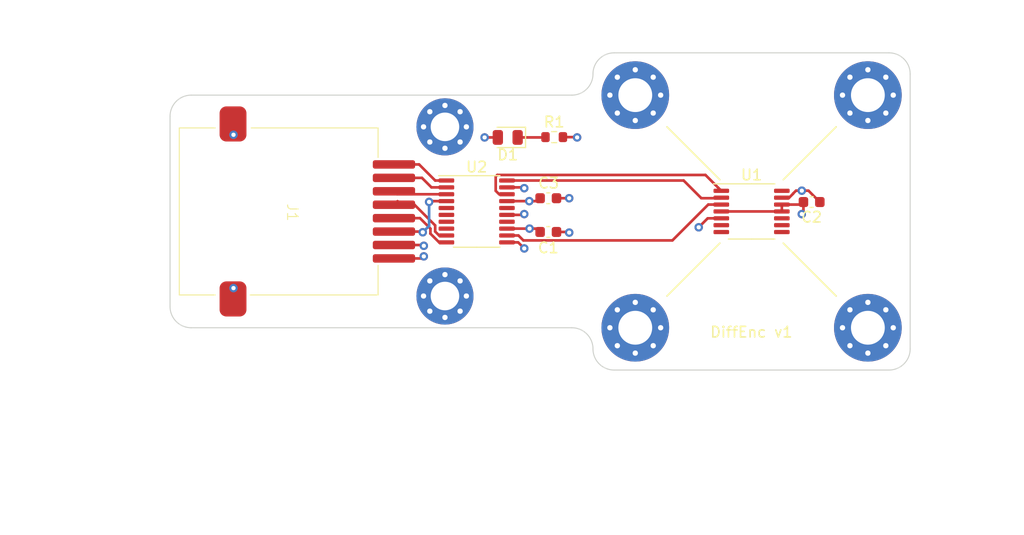
<source format=kicad_pcb>
(kicad_pcb (version 20221018) (generator pcbnew)
  (layers (0 "F.Cu" signal) (1 "In1.Cu" power) (2 "In2.Cu" power) (31 "B.Cu" signal) (34 "B.Paste" user) (35 "F.Paste" user) (36 "B.SilkS" user "B.Silkscreen") (37 "F.SilkS" user "F.Silkscreen") (38 "B.Mask" user) (39 "F.Mask" user) (44 "Edge.Cuts" user))
  (net 0 "")
  (net 1 "+3V3")
  (net 2 "GND")
  (net 3 "Net-(D1-K)")
  (net 4 "Net-(U2-1A)")
  (net 5 "Net-(U2-1B)")
  (net 6 "Net-(U2-2A)")
  (net 7 "Net-(U2-2B)")
  (net 8 "Net-(U2-5Y)")
  (net 9 "Net-(U2-5Z)")
  (net 10 "Net-(U1-CSn)")
  (net 11 "Net-(U1-CLK)")
  (net 12 "Net-(U1-MISO)")
  (footprint "Capacitor_SMD:C_0603_1608Metric" (layer "F.Cu") (at 111.68 64.11 180)
    (fp_text reference "C2" (at 0 -1.43) (layer "F.SilkS"))
    (fp_text value "100nF")
    (fp_line (start -0.14058 -0.51) (end 0.14058 -0.51) (stroke (width 0.12)) (layer "F.SilkS"))
    (fp_line (start -0.14058 0.51) (end 0.14058 0.51) (stroke (width 0.12)) (layer "F.SilkS"))
    (pad "1" smd roundrect (at -0.775 0 180) (size 0.9 0.95) (layers "F.Cu" "F.Paste" "F.Mask") (net 2 "GND"))
    (pad "2" smd roundrect (at 0.775 0 180) (size 0.9 0.95) (layers "F.Cu" "F.Paste" "F.Mask") (net 1 "+3V3"))
  )
  (footprint "MountingHole:MountingHole_3.2mm_M3_Pad_Via" (layer "F.Cu") (at 95 54)
    (fp_text reference "H1" hide)
    (fp_text value "M3")
    (pad "1" thru_hole circle (at -2.4 0) (size 0.8 0.8) (drill 0.5) (layers "*.Cu" "*.Mask") (net 2 "GND"))
    (pad "1" thru_hole circle (at -1.697056 -1.697056) (size 0.8 0.8) (drill 0.5) (layers "*.Cu" "*.Mask") (net 2 "GND"))
    (pad "1" thru_hole circle (at -1.697056 1.697056) (size 0.8 0.8) (drill 0.5) (layers "*.Cu" "*.Mask") (net 2 "GND"))
    (pad "1" thru_hole circle (at 0 -2.4) (size 0.8 0.8) (drill 0.5) (layers "*.Cu" "*.Mask") (net 2 "GND"))
    (pad "1" thru_hole circle (at 0 0) (size 6.4 6.4) (drill 3.2) (layers "*.Cu" "*.Mask") (net 2 "GND"))
    (pad "1" thru_hole circle (at 0 2.4) (size 0.8 0.8) (drill 0.5) (layers "*.Cu" "*.Mask") (net 2 "GND"))
    (pad "1" thru_hole circle (at 1.697056 -1.697056) (size 0.8 0.8) (drill 0.5) (layers "*.Cu" "*.Mask") (net 2 "GND"))
    (pad "1" thru_hole circle (at 1.697056 1.697056) (size 0.8 0.8) (drill 0.5) (layers "*.Cu" "*.Mask") (net 2 "GND"))
    (pad "1" thru_hole circle (at 2.4 0) (size 0.8 0.8) (drill 0.5) (layers "*.Cu" "*.Mask") (net 2 "GND"))
  )
  (footprint "Package_SO:TSSOP-14_4.4x5mm_P0.65mm" (layer "F.Cu") (at 106 65)
    (fp_text reference "U1" (at 0 -3.45) (layer "F.SilkS"))
    (fp_text value "AS5047")
    (fp_line (start 0 -2.61) (end -3.6 -2.61) (stroke (width 0.12)) (layer "F.SilkS"))
    (fp_line (start 0 -2.61) (end 2.2 -2.61) (stroke (width 0.12)) (layer "F.SilkS"))
    (fp_line (start 0 2.61) (end -2.2 2.61) (stroke (width 0.12)) (layer "F.SilkS"))
    (fp_line (start 0 2.61) (end 2.2 2.61) (stroke (width 0.12)) (layer "F.SilkS"))
    (pad "1" smd roundrect (at -2.8625 -1.95) (size 1.475 0.4) (layers "F.Cu" "F.Paste" "F.Mask") (net 10 "Net-(U1-CSn)"))
    (pad "2" smd roundrect (at -2.8625 -1.3) (size 1.475 0.4) (layers "F.Cu" "F.Paste" "F.Mask") (net 11 "Net-(U1-CLK)"))
    (pad "3" smd roundrect (at -2.8625 -0.65) (size 1.475 0.4) (layers "F.Cu" "F.Paste" "F.Mask") (net 12 "Net-(U1-MISO)"))
    (pad "4" smd roundrect (at -2.8625 0) (size 1.475 0.4) (layers "F.Cu" "F.Paste" "F.Mask") (net 1 "+3V3"))
    (pad "5" smd roundrect (at -2.8625 0.65) (size 1.475 0.4) (layers "F.Cu" "F.Paste" "F.Mask") (net 2 "GND"))
    (pad "6" smd roundrect (at -2.8625 1.3) (size 1.475 0.4) (layers "F.Cu" "F.Paste" "F.Mask"))
    (pad "7" smd roundrect (at -2.8625 1.95) (size 1.475 0.4) (layers "F.Cu" "F.Paste" "F.Mask"))
    (pad "8" smd roundrect (at 2.8625 1.95) (size 1.475 0.4) (layers "F.Cu" "F.Paste" "F.Mask"))
    (pad "9" smd roundrect (at 2.8625 1.3) (size 1.475 0.4) (layers "F.Cu" "F.Paste" "F.Mask"))
    (pad "10" smd roundrect (at 2.8625 0.65) (size 1.475 0.4) (layers "F.Cu" "F.Paste" "F.Mask"))
    (pad "11" smd roundrect (at 2.8625 0) (size 1.475 0.4) (layers "F.Cu" "F.Paste" "F.Mask") (net 1 "+3V3"))
    (pad "12" smd roundrect (at 2.8625 -0.65) (size 1.475 0.4) (layers "F.Cu" "F.Paste" "F.Mask") (net 1 "+3V3"))
    (pad "13" smd roundrect (at 2.8625 -1.3) (size 1.475 0.4) (layers "F.Cu" "F.Paste" "F.Mask") (net 2 "GND"))
    (pad "14" smd roundrect (at 2.8625 -1.95) (size 1.475 0.4) (layers "F.Cu" "F.Paste" "F.Mask"))
  )
  (footprint "Capacitor_SMD:C_0603_1608Metric" (layer "F.Cu") (at 86.775 66.94)
    (fp_text reference "C1" (at 0 1.5) (layer "F.SilkS"))
    (fp_text value "100nF")
    (fp_line (start -0.14058 -0.51) (end 0.14058 -0.51) (stroke (width 0.12)) (layer "F.SilkS"))
    (fp_line (start -0.14058 0.51) (end 0.14058 0.51) (stroke (width 0.12)) (layer "F.SilkS"))
    (pad "1" smd roundrect (at -0.775 0) (size 0.9 0.95) (layers "F.Cu" "F.Paste" "F.Mask") (net 1 "+3V3"))
    (pad "2" smd roundrect (at 0.775 0) (size 0.9 0.95) (layers "F.Cu" "F.Paste" "F.Mask") (net 2 "GND"))
  )
  (footprint "MountingHole:MountingHole_3.2mm_M3_Pad_Via" (layer "F.Cu") (at 95 76)
    (fp_text reference "H2" hide)
    (fp_text value "M3")
    (pad "1" thru_hole circle (at -2.4 0) (size 0.8 0.8) (drill 0.5) (layers "*.Cu" "*.Mask") (net 2 "GND"))
    (pad "1" thru_hole circle (at -1.697056 -1.697056) (size 0.8 0.8) (drill 0.5) (layers "*.Cu" "*.Mask") (net 2 "GND"))
    (pad "1" thru_hole circle (at -1.697056 1.697056) (size 0.8 0.8) (drill 0.5) (layers "*.Cu" "*.Mask") (net 2 "GND"))
    (pad "1" thru_hole circle (at 0 -2.4) (size 0.8 0.8) (drill 0.5) (layers "*.Cu" "*.Mask") (net 2 "GND"))
    (pad "1" thru_hole circle (at 0 0) (size 6.4 6.4) (drill 3.2) (layers "*.Cu" "*.Mask") (net 2 "GND"))
    (pad "1" thru_hole circle (at 0 2.4) (size 0.8 0.8) (drill 0.5) (layers "*.Cu" "*.Mask") (net 2 "GND"))
    (pad "1" thru_hole circle (at 1.697056 -1.697056) (size 0.8 0.8) (drill 0.5) (layers "*.Cu" "*.Mask") (net 2 "GND"))
    (pad "1" thru_hole circle (at 1.697056 1.697056) (size 0.8 0.8) (drill 0.5) (layers "*.Cu" "*.Mask") (net 2 "GND"))
    (pad "1" thru_hole circle (at 2.4 0) (size 0.8 0.8) (drill 0.5) (layers "*.Cu" "*.Mask") (net 2 "GND"))
  )
  (footprint "MountingHole:MountingHole_2.7mm_M2.5_Pad_Via" (layer "F.Cu") (at 77 57)
    (fp_text reference "H5" hide)
    (fp_text value "M3")
    (pad "1" thru_hole circle (at -2.025 0) (size 0.8 0.8) (drill 0.5) (layers "*.Cu" "*.Mask") (net 2 "GND"))
    (pad "1" thru_hole circle (at -1.431891 -1.431891) (size 0.8 0.8) (drill 0.5) (layers "*.Cu" "*.Mask") (net 2 "GND"))
    (pad "1" thru_hole circle (at -1.431891 1.431891) (size 0.8 0.8) (drill 0.5) (layers "*.Cu" "*.Mask") (net 2 "GND"))
    (pad "1" thru_hole circle (at 0 -2.025) (size 0.8 0.8) (drill 0.5) (layers "*.Cu" "*.Mask") (net 2 "GND"))
    (pad "1" thru_hole circle (at 0 0) (size 5.4 5.4) (drill 2.7) (layers "*.Cu" "*.Mask") (net 2 "GND"))
    (pad "1" thru_hole circle (at 0 2.025) (size 0.8 0.8) (drill 0.5) (layers "*.Cu" "*.Mask") (net 2 "GND"))
    (pad "1" thru_hole circle (at 1.431891 -1.431891) (size 0.8 0.8) (drill 0.5) (layers "*.Cu" "*.Mask") (net 2 "GND"))
    (pad "1" thru_hole circle (at 1.431891 1.431891) (size 0.8 0.8) (drill 0.5) (layers "*.Cu" "*.Mask") (net 2 "GND"))
    (pad "1" thru_hole circle (at 2.025 0) (size 0.8 0.8) (drill 0.5) (layers "*.Cu" "*.Mask") (net 2 "GND"))
  )
  (footprint "Capacitor_SMD:C_0603_1608Metric" (layer "F.Cu") (at 86.775 63.75 180)
    (fp_text reference "C3" (at -0.03 1.43) (layer "F.SilkS"))
    (fp_text value "100nF")
    (fp_line (start -0.14058 -0.51) (end 0.14058 -0.51) (stroke (width 0.12)) (layer "F.SilkS"))
    (fp_line (start -0.14058 0.51) (end 0.14058 0.51) (stroke (width 0.12)) (layer "F.SilkS"))
    (pad "1" smd roundrect (at -0.775 0 180) (size 0.9 0.95) (layers "F.Cu" "F.Paste" "F.Mask") (net 2 "GND"))
    (pad "2" smd roundrect (at 0.775 0 180) (size 0.9 0.95) (layers "F.Cu" "F.Paste" "F.Mask") (net 1 "+3V3"))
  )
  (footprint "MountingHole:MountingHole_3.2mm_M3_Pad_Via" (layer "F.Cu") (at 117 54)
    (fp_text reference "H4" hide)
    (fp_text value "M3")
    (pad "1" thru_hole circle (at -2.4 0) (size 0.8 0.8) (drill 0.5) (layers "*.Cu" "*.Mask") (net 2 "GND"))
    (pad "1" thru_hole circle (at -1.697056 -1.697056) (size 0.8 0.8) (drill 0.5) (layers "*.Cu" "*.Mask") (net 2 "GND"))
    (pad "1" thru_hole circle (at -1.697056 1.697056) (size 0.8 0.8) (drill 0.5) (layers "*.Cu" "*.Mask") (net 2 "GND"))
    (pad "1" thru_hole circle (at 0 -2.4) (size 0.8 0.8) (drill 0.5) (layers "*.Cu" "*.Mask") (net 2 "GND"))
    (pad "1" thru_hole circle (at 0 0) (size 6.4 6.4) (drill 3.2) (layers "*.Cu" "*.Mask") (net 2 "GND"))
    (pad "1" thru_hole circle (at 0 2.4) (size 0.8 0.8) (drill 0.5) (layers "*.Cu" "*.Mask") (net 2 "GND"))
    (pad "1" thru_hole circle (at 1.697056 -1.697056) (size 0.8 0.8) (drill 0.5) (layers "*.Cu" "*.Mask") (net 2 "GND"))
    (pad "1" thru_hole circle (at 1.697056 1.697056) (size 0.8 0.8) (drill 0.5) (layers "*.Cu" "*.Mask") (net 2 "GND"))
    (pad "1" thru_hole circle (at 2.4 0) (size 0.8 0.8) (drill 0.5) (layers "*.Cu" "*.Mask") (net 2 "GND"))
  )
  (footprint "Package_SO:TSSOP-20_4.4x6.5mm_P0.65mm" (layer "F.Cu") (at 80 65)
    (fp_text reference "U2" (at 0 -4.2) (layer "F.SilkS"))
    (fp_text value "SN65LVDT14")
    (fp_line (start 0 -3.385) (end -3.6 -3.385) (stroke (width 0.12)) (layer "F.SilkS"))
    (fp_line (start 0 -3.385) (end 2.2 -3.385) (stroke (width 0.12)) (layer "F.SilkS"))
    (fp_line (start 0 3.385) (end -2.2 3.385) (stroke (width 0.12)) (layer "F.SilkS"))
    (fp_line (start 0 3.385) (end 2.2 3.385) (stroke (width 0.12)) (layer "F.SilkS"))
    (pad "1" smd roundrect (at -2.8625 -2.925) (size 1.475 0.4) (layers "F.Cu" "F.Paste" "F.Mask") (net 4 "Net-(U2-1A)"))
    (pad "2" smd roundrect (at -2.8625 -2.275) (size 1.475 0.4) (layers "F.Cu" "F.Paste" "F.Mask") (net 5 "Net-(U2-1B)"))
    (pad "3" smd roundrect (at -2.8625 -1.625) (size 1.475 0.4) (layers "F.Cu" "F.Paste" "F.Mask") (net 6 "Net-(U2-2A)"))
    (pad "4" smd roundrect (at -2.8625 -0.975) (size 1.475 0.4) (layers "F.Cu" "F.Paste" "F.Mask") (net 7 "Net-(U2-2B)"))
    (pad "5" smd roundrect (at -2.8625 -0.325) (size 1.475 0.4) (layers "F.Cu" "F.Paste" "F.Mask"))
    (pad "6" smd roundrect (at -2.8625 0.325) (size 1.475 0.4) (layers "F.Cu" "F.Paste" "F.Mask"))
    (pad "7" smd roundrect (at -2.8625 0.975) (size 1.475 0.4) (layers "F.Cu" "F.Paste" "F.Mask"))
    (pad "8" smd roundrect (at -2.8625 1.625) (size 1.475 0.4) (layers "F.Cu" "F.Paste" "F.Mask"))
    (pad "9" smd roundrect (at -2.8625 2.275) (size 1.475 0.4) (layers "F.Cu" "F.Paste" "F.Mask") (net 8 "Net-(U2-5Y)"))
    (pad "10" smd roundrect (at -2.8625 2.925) (size 1.475 0.4) (layers "F.Cu" "F.Paste" "F.Mask") (net 9 "Net-(U2-5Z)"))
    (pad "11" smd roundrect (at 2.8625 2.925) (size 1.475 0.4) (layers "F.Cu" "F.Paste" "F.Mask") (net 2 "GND"))
    (pad "12" smd roundrect (at 2.8625 2.275) (size 1.475 0.4) (layers "F.Cu" "F.Paste" "F.Mask") (net 12 "Net-(U1-MISO)"))
    (pad "13" smd roundrect (at 2.8625 1.625) (size 1.475 0.4) (layers "F.Cu" "F.Paste" "F.Mask") (net 1 "+3V3"))
    (pad "14" smd roundrect (at 2.8625 0.975) (size 1.475 0.4) (layers "F.Cu" "F.Paste" "F.Mask"))
    (pad "15" smd roundrect (at 2.8625 0.325) (size 1.475 0.4) (layers "F.Cu" "F.Paste" "F.Mask") (net 2 "GND"))
    (pad "16" smd roundrect (at 2.8625 -0.325) (size 1.475 0.4) (layers "F.Cu" "F.Paste" "F.Mask"))
    (pad "17" smd roundrect (at 2.8625 -0.975) (size 1.475 0.4) (layers "F.Cu" "F.Paste" "F.Mask") (net 1 "+3V3"))
    (pad "18" smd roundrect (at 2.8625 -1.625) (size 1.475 0.4) (layers "F.Cu" "F.Paste" "F.Mask") (net 10 "Net-(U1-CSn)"))
    (pad "19" smd roundrect (at 2.8625 -2.275) (size 1.475 0.4) (layers "F.Cu" "F.Paste" "F.Mask") (net 2 "GND"))
    (pad "20" smd roundrect (at 2.8625 -2.925) (size 1.475 0.4) (layers "F.Cu" "F.Paste" "F.Mask") (net 11 "Net-(U1-CLK)"))
  )
  (footprint "MountingHole:MountingHole_2.7mm_M2.5_Pad_Via" (layer "F.Cu") (at 77 73)
    (fp_text reference "H6" hide)
    (fp_text value "M3")
    (pad "1" thru_hole circle (at -2.025 0) (size 0.8 0.8) (drill 0.5) (layers "*.Cu" "*.Mask") (net 2 "GND"))
    (pad "1" thru_hole circle (at -1.431891 -1.431891) (size 0.8 0.8) (drill 0.5) (layers "*.Cu" "*.Mask") (net 2 "GND"))
    (pad "1" thru_hole circle (at -1.431891 1.431891) (size 0.8 0.8) (drill 0.5) (layers "*.Cu" "*.Mask") (net 2 "GND"))
    (pad "1" thru_hole circle (at 0 -2.025) (size 0.8 0.8) (drill 0.5) (layers "*.Cu" "*.Mask") (net 2 "GND"))
    (pad "1" thru_hole circle (at 0 0) (size 5.4 5.4) (drill 2.7) (layers "*.Cu" "*.Mask") (net 2 "GND"))
    (pad "1" thru_hole circle (at 0 2.025) (size 0.8 0.8) (drill 0.5) (layers "*.Cu" "*.Mask") (net 2 "GND"))
    (pad "1" thru_hole circle (at 1.431891 -1.431891) (size 0.8 0.8) (drill 0.5) (layers "*.Cu" "*.Mask") (net 2 "GND"))
    (pad "1" thru_hole circle (at 1.431891 1.431891) (size 0.8 0.8) (drill 0.5) (layers "*.Cu" "*.Mask") (net 2 "GND"))
    (pad "1" thru_hole circle (at 2.025 0) (size 0.8 0.8) (drill 0.5) (layers "*.Cu" "*.Mask") (net 2 "GND"))
  )
  (footprint "WeidmullerRJ45:Weidmuller 1433890000" (layer "F.Cu") (at 61.275 65 -90)
    (fp_text reference "J1" (at 0.1 -1.3 -90 unlocked) (layer "F.SilkS") (effects (font (thickness 0.1))))
    (fp_text value "RJ45_Shielded")
    (fp_line (start -7.9 -9.4) (end -7.9 2.6) (stroke (width 0.1)) (layer "F.SilkS"))
    (fp_line (start -7.9 -9.4) (end -5.1 -9.4) (stroke (width 0.1)) (layer "F.SilkS"))
    (fp_line (start -7.9 6) (end -7.9 9.4) (stroke (width 0.1)) (layer "F.SilkS"))
    (fp_line (start -7.9 9.4) (end 7.9 9.4) (stroke (width 0.1)) (layer "F.SilkS"))
    (fp_line (start 7.9 -9.4) (end 5.1 -9.4) (stroke (width 0.1)) (layer "F.SilkS"))
    (fp_line (start 7.9 -9.4) (end 7.9 2.7) (stroke (width 0.1)) (layer "F.SilkS"))
    (fp_line (start 7.9 9.4) (end 7.9 6) (stroke (width 0.1)) (layer "F.SilkS"))
    (pad "1" smd roundrect (at -4.445 -10.9 270) (size 0.8 4) (layers "F.Cu" "F.Paste" "F.Mask") (net 4 "Net-(U2-1A)"))
    (pad "2" smd roundrect (at -3.175 -10.9 270) (size 0.8 4) (layers "F.Cu" "F.Paste" "F.Mask") (net 5 "Net-(U2-1B)"))
    (pad "3" smd roundrect (at -1.905 -10.9 270) (size 0.8 4) (layers "F.Cu" "F.Paste" "F.Mask") (net 6 "Net-(U2-2A)"))
    (pad "4" smd roundrect (at -0.635 -10.9 270) (size 0.8 4) (layers "F.Cu" "F.Paste" "F.Mask") (net 8 "Net-(U2-5Y)"))
    (pad "5" smd roundrect (at 0.635 -10.9 270) (size 0.8 4) (layers "F.Cu" "F.Paste" "F.Mask") (net 9 "Net-(U2-5Z)"))
    (pad "6" smd roundrect (at 1.905 -10.9 270) (size 0.8 4) (layers "F.Cu" "F.Paste" "F.Mask") (net 7 "Net-(U2-2B)"))
    (pad "7" smd roundrect (at 3.175 -10.9 270) (size 0.8 4) (layers "F.Cu" "F.Paste" "F.Mask") (net 1 "+3V3"))
    (pad "8" smd roundrect (at 4.445 -10.9 270) (size 0.8 4) (layers "F.Cu" "F.Paste" "F.Mask") (net 2 "GND"))
    (pad "SH" smd roundrect (at -8.275 4.32 270) (size 3.32 2.54) (layers "F.Cu" "F.Paste" "F.Mask") (net 2 "GND"))
    (pad "SH" smd roundrect (at 8.275 4.32 270) (size 3.32 2.54) (layers "F.Cu" "F.Paste" "F.Mask") (net 2 "GND"))
  )
  (footprint "Resistor_SMD:R_0603_1608Metric" (layer "F.Cu") (at 87.3325 57.97)
    (fp_text reference "R1" (at 0 -1.43) (layer "F.SilkS"))
    (fp_text value "120R")
    (fp_line (start -0.237258 -0.5225) (end 0.237258 -0.5225) (stroke (width 0.12)) (layer "F.SilkS"))
    (fp_line (start -0.237258 0.5225) (end 0.237258 0.5225) (stroke (width 0.12)) (layer "F.SilkS"))
    (pad "1" smd roundrect (at -0.825 0) (size 0.8 0.95) (layers "F.Cu" "F.Paste" "F.Mask") (net 3 "Net-(D1-K)"))
    (pad "2" smd roundrect (at 0.825 0) (size 0.8 0.95) (layers "F.Cu" "F.Paste" "F.Mask") (net 2 "GND"))
  )
  (footprint "MountingHole:MountingHole_3.2mm_M3_Pad_Via" (layer "F.Cu") (at 117 76)
    (fp_text reference "H3" hide)
    (fp_text value "M3")
    (pad "1" thru_hole circle (at -2.4 0) (size 0.8 0.8) (drill 0.5) (layers "*.Cu" "*.Mask") (net 2 "GND"))
    (pad "1" thru_hole circle (at -1.697056 -1.697056) (size 0.8 0.8) (drill 0.5) (layers "*.Cu" "*.Mask") (net 2 "GND"))
    (pad "1" thru_hole circle (at -1.697056 1.697056) (size 0.8 0.8) (drill 0.5) (layers "*.Cu" "*.Mask") (net 2 "GND"))
    (pad "1" thru_hole circle (at 0 -2.4) (size 0.8 0.8) (drill 0.5) (layers "*.Cu" "*.Mask") (net 2 "GND"))
    (pad "1" thru_hole circle (at 0 0) (size 6.4 6.4) (drill 3.2) (layers "*.Cu" "*.Mask") (net 2 "GND"))
    (pad "1" thru_hole circle (at 0 2.4) (size 0.8 0.8) (drill 0.5) (layers "*.Cu" "*.Mask") (net 2 "GND"))
    (pad "1" thru_hole circle (at 1.697056 -1.697056) (size 0.8 0.8) (drill 0.5) (layers "*.Cu" "*.Mask") (net 2 "GND"))
    (pad "1" thru_hole circle (at 1.697056 1.697056) (size 0.8 0.8) (drill 0.5) (layers "*.Cu" "*.Mask") (net 2 "GND"))
    (pad "1" thru_hole circle (at 2.4 0) (size 0.8 0.8) (drill 0.5) (layers "*.Cu" "*.Mask") (net 2 "GND"))
  )
  (footprint "LED_SMD:LED_0805_2012Metric" (layer "F.Cu") (at 82.9375 58 180)
    (fp_text reference "D1" (at 0 -1.65) (layer "F.SilkS"))
    (fp_text value "LED")
    (fp_line (start -1.685 -0.96) (end -1.685 0.96) (stroke (width 0.12)) (layer "F.SilkS"))
    (fp_line (start -1.685 0.96) (end 1 0.96) (stroke (width 0.12)) (layer "F.SilkS"))
    (fp_line (start 1 -0.96) (end -1.685 -0.96) (stroke (width 0.12)) (layer "F.SilkS"))
    (pad "1" smd roundrect (at -0.9375 0 180) (size 0.975 1.4) (layers "F.Cu" "F.Paste" "F.Mask") (net 3 "Net-(D1-K)"))
    (pad "2" smd roundrect (at 0.9375 0 180) (size 0.975 1.4) (layers "F.Cu" "F.Paste" "F.Mask") (net 1 "+3V3"))
  )
  (gr_line (start 109 68) (end 114 73) (stroke (width 0.15)) (layer "F.SilkS"))
  (gr_line (start 114 57) (end 109 62) (stroke (width 0.15)) (layer "F.SilkS"))
  (gr_line (start 98 57) (end 103 62) (stroke (width 0.15)) (layer "F.SilkS"))
  (gr_line (start 103 68) (end 98 73) (stroke (width 0.15)) (layer "F.SilkS"))
  (gr_arc (start 93 80) (mid 91.585786 79.414214) (end 91 78) (stroke (width 0.1)) (layer "Edge.Cuts"))
  (gr_arc (start 91 52) (mid 91.585786 50.585786) (end 93 50) (stroke (width 0.1)) (layer "Edge.Cuts"))
  (gr_arc (start 53 76) (mid 51.585786 75.414214) (end 51 74) (stroke (width 0.1)) (layer "Edge.Cuts"))
  (gr_line (start 53 54) (end 89 54) (stroke (width 0.1)) (layer "Edge.Cuts"))
  (gr_line (start 119 80) (end 93 80) (stroke (width 0.1)) (layer "Edge.Cuts"))
  (gr_arc (start 91 52) (mid 90.414214 53.414214) (end 89 54) (stroke (width 0.1)) (layer "Edge.Cuts"))
  (gr_line (start 93 50) (end 119 50) (stroke (width 0.1)) (layer "Edge.Cuts"))
  (gr_arc (start 89 76) (mid 90.414214 76.585786) (end 91 78) (stroke (width 0.1)) (layer "Edge.Cuts"))
  (gr_arc (start 51 56) (mid 51.585786 54.585786) (end 53 54) (stroke (width 0.1)) (layer "Edge.Cuts"))
  (gr_arc (start 119 50) (mid 120.414214 50.585786) (end 121 52) (stroke (width 0.1)) (layer "Edge.Cuts"))
  (gr_arc (start 121 78) (mid 120.414214 79.414214) (end 119 80) (stroke (width 0.1)) (layer "Edge.Cuts"))
  (gr_line (start 89 76) (end 53 76) (stroke (width 0.1)) (layer "Edge.Cuts"))
  (gr_line (start 51 74) (end 51 56) (stroke (width 0.1)) (layer "Edge.Cuts"))
  (gr_line (start 121 52) (end 121 78) (stroke (width 0.1)) (layer "Edge.Cuts"))
  (gr_text "DiffEnc v1" (at 102 77) (layer "F.SilkS") (effects (font (size 1 1)) (justify left bottom)))
  (segment (start 108.8625 65) (end 103.1375 65) (width 0.25) (layer "F.Cu") (net 1))
  (segment (start 85.725 64.025) (end 86 63.75) (width 0.25) (layer "F.Cu") (net 1))
  (segment (start 110.75 65.25) (end 110.905 65.095) (width 0.25) (layer "F.Cu") (net 1))
  (segment (start 85.685 66.625) (end 82.8625 66.625) (width 0.25) (layer "F.Cu") (net 1))
  (segment (start 86 66.94) (end 85.685 66.625) (width 0.25) (layer "F.Cu") (net 1))
  (segment (start 108.8625 65) (end 108.8625 64.35) (width 0.25) (layer "F.Cu") (net 1))
  (segment (start 84.975 64.025) (end 82.8625 64.025) (width 0.25) (layer "F.Cu") (net 1))
  (segment (start 82 58) (end 80.75 58) (width 0.25) (layer "F.Cu") (net 1))
  (segment (start 108.8625 64.35) (end 110.665 64.35) (width 0.25) (layer "F.Cu") (net 1))
  (segment (start 110.665 64.35) (end 110.905 64.11) (width 0.25) (layer "F.Cu") (net 1))
  (segment (start 74.925 68.175) (end 75 68.25) (width 0.25) (layer "F.Cu") (net 1))
  (segment (start 84.975 64.025) (end 85.725 64.025) (width 0.25) (layer "F.Cu") (net 1))
  (segment (start 72.175 68.175) (end 74.925 68.175) (width 0.25) (layer "F.Cu") (net 1))
  (segment (start 110.905 65.095) (end 110.905 64.11) (width 0.25) (layer "F.Cu") (net 1))
  (via (at 80.75 58) (size 0.8) (drill 0.4) (layers "F.Cu" "B.Cu") (net 1))
  (via (at 110.75 65.25) (size 0.8) (drill 0.4) (layers "F.Cu" "B.Cu") (net 1))
  (via (at 75 68.25) (size 0.8) (drill 0.4) (layers "F.Cu" "B.Cu") (net 1))
  (via (at 85 66.625) (size 0.8) (drill 0.4) (layers "F.Cu" "B.Cu") (net 1))
  (via (at 84.975 64.025) (size 0.8) (drill 0.4) (layers "F.Cu" "B.Cu") (net 1))
  (segment (start 109.551041 63.7) (end 109.925 63.326041) (width 0.25) (layer "F.Cu") (net 2))
  (segment (start 82.8625 65.325) (end 84.425 65.325) (width 0.25) (layer "F.Cu") (net 2))
  (segment (start 101.85 65.65) (end 101 66.5) (width 0.25) (layer "F.Cu") (net 2))
  (segment (start 89.47 57.97) (end 89.5 58) (width 0.25) (layer "F.Cu") (net 2))
  (segment (start 109.925 63.31) (end 110.1995 63.0355) (width 0.25) (layer "F.Cu") (net 2))
  (segment (start 110.1995 63.0355) (end 110.75 63.0355) (width 0.25) (layer "F.Cu") (net 2))
  (segment (start 108.8625 63.7) (end 109.551041 63.7) (width 0.25) (layer "F.Cu") (net 2))
  (segment (start 82.8625 62.725) (end 84.4255 62.725) (width 0.25) (layer "F.Cu") (net 2))
  (segment (start 83.925 67.925) (end 84.5 68.5) (width 0.25) (layer "F.Cu") (net 2))
  (segment (start 110.75 63.0355) (end 111.3805 63.0355) (width 0.25) (layer "F.Cu") (net 2))
  (segment (start 84.4255 62.725) (end 84.5 62.7995) (width 0.25) (layer "F.Cu") (net 2))
  (segment (start 72.175 69.445) (end 74.805 69.445) (width 0.25) (layer "F.Cu") (net 2))
  (segment (start 74.805 69.445) (end 75 69.25) (width 0.25) (layer "F.Cu") (net 2))
  (segment (start 82.8625 67.925) (end 83.925 67.925) (width 0.25) (layer "F.Cu") (net 2))
  (segment (start 87.55 66.94) (end 88.69 66.94) (width 0.25) (layer "F.Cu") (net 2))
  (segment (start 109.925 63.326041) (end 109.925 63.31) (width 0.25) (layer "F.Cu") (net 2))
  (segment (start 88.69 66.94) (end 88.75 67) (width 0.25) (layer "F.Cu") (net 2))
  (segment (start 103.1375 65.65) (end 101.85 65.65) (width 0.25) (layer "F.Cu") (net 2))
  (segment (start 87.55 63.75) (end 88.75 63.75) (width 0.25) (layer "F.Cu") (net 2))
  (segment (start 88.1575 57.97) (end 89.47 57.97) (width 0.25) (layer "F.Cu") (net 2))
  (segment (start 84.425 65.325) (end 84.5 65.25) (width 0.25) (layer "F.Cu") (net 2))
  (segment (start 111.3805 63.0355) (end 112.455 64.11) (width 0.25) (layer "F.Cu") (net 2))
  (via (at 84.5 65.25) (size 0.8) (drill 0.4) (layers "F.Cu" "B.Cu") (net 2))
  (via (at 57 57.75) (size 0.8) (drill 0.4) (layers "F.Cu" "B.Cu") (net 2))
  (via (at 75 69.25) (size 0.8) (drill 0.4) (layers "F.Cu" "B.Cu") (net 2))
  (via (at 88.75 63.75) (size 0.8) (drill 0.4) (layers "F.Cu" "B.Cu") (net 2))
  (via (at 88.75 67) (size 0.8) (drill 0.4) (layers "F.Cu" "B.Cu") (net 2))
  (via (at 84.5 62.7995) (size 0.8) (drill 0.4) (layers "F.Cu" "B.Cu") (net 2))
  (via (at 101 66.5) (size 0.8) (drill 0.4) (layers "F.Cu" "B.Cu") (net 2))
  (via (at 84.5 68.5) (size 0.8) (drill 0.4) (layers "F.Cu" "B.Cu") (net 2))
  (via (at 110.75 63.0355) (size 0.8) (drill 0.4) (layers "F.Cu" "B.Cu") (net 2))
  (via (at 57 72.25) (size 0.8) (drill 0.4) (layers "F.Cu" "B.Cu") (net 2))
  (via (at 89.5 58) (size 0.8) (drill 0.4) (layers "F.Cu" "B.Cu") (net 2))
  (segment (start 86.4775 58) (end 86.5075 57.97) (width 0.25) (layer "F.Cu") (net 3))
  (segment (start 83.875 58) (end 86.4775 58) (width 0.25) (layer "F.Cu") (net 3))
  (segment (start 74.555 60.555) (end 76.075 62.075) (width 0.25) (layer "F.Cu") (net 4))
  (segment (start 72.175 60.555) (end 74.555 60.555) (width 0.25) (layer "F.Cu") (net 4))
  (segment (start 76.075 62.075) (end 77.1375 62.075) (width 0.25) (layer "F.Cu") (net 4))
  (segment (start 74.825 61.825) (end 75.725 62.725) (width 0.25) (layer "F.Cu") (net 5))
  (segment (start 75.725 62.725) (end 77.1375 62.725) (width 0.25) (layer "F.Cu") (net 5))
  (segment (start 72.175 61.825) (end 74.825 61.825) (width 0.25) (layer "F.Cu") (net 5))
  (segment (start 72.455 63.375) (end 77.1375 63.375) (width 0.25) (layer "F.Cu") (net 6))
  (segment (start 72.175 63.095) (end 72.455 63.375) (width 0.25) (layer "F.Cu") (net 6))
  (segment (start 74.9005 66.968698) (end 74.836802 66.905) (width 0.25) (layer "F.Cu") (net 7))
  (segment (start 75.5745 64.025) (end 77.1375 64.025) (width 0.25) (layer "F.Cu") (net 7))
  (segment (start 74.836802 66.905) (end 72.175 66.905) (width 0.25) (layer "F.Cu") (net 7))
  (segment (start 75.5 64.0995) (end 75.5745 64.025) (width 0.25) (layer "F.Cu") (net 7))
  (via (at 75.5 64.0995) (size 0.8) (drill 0.4) (layers "F.Cu" "B.Cu") (net 7))
  (via (at 74.9005 66.968698) (size 0.8) (drill 0.4) (layers "F.Cu" "B.Cu") (net 7))
  (segment (start 74.9005 66.968698) (end 75.5 66.369198) (width 0.25) (layer "B.Cu") (net 7))
  (segment (start 75.5 66.369198) (end 75.5 64.0995) (width 0.25) (layer "B.Cu") (net 7))
  (segment (start 76.448959 67.275) (end 77.1375 67.275) (width 0.25) (layer "F.Cu") (net 8))
  (segment (start 74.115 64.365) (end 76.075 66.325) (width 0.25) (layer "F.Cu") (net 8))
  (segment (start 72.175 64.365) (end 72.515 64.025) (width 0.25) (layer "F.Cu") (net 8))
  (segment (start 72.175 64.365) (end 74.115 64.365) (width 0.25) (layer "F.Cu") (net 8))
  (segment (start 76.075 66.325) (end 76.075 66.901041) (width 0.25) (layer "F.Cu") (net 8))
  (segment (start 76.075 66.901041) (end 76.448959 67.275) (width 0.25) (layer "F.Cu") (net 8))
  (segment (start 76.448959 67.925) (end 77.1375 67.925) (width 0.25) (layer "F.Cu") (net 9))
  (segment (start 72.175 65.635) (end 74.635 65.635) (width 0.25) (layer "F.Cu") (net 9))
  (segment (start 74.635 65.635) (end 75.625 66.625) (width 0.25) (layer "F.Cu") (net 9))
  (segment (start 75.625 66.625) (end 75.625 67.101041) (width 0.25) (layer "F.Cu") (net 9))
  (segment (start 75.625 67.101041) (end 76.448959 67.925) (width 0.25) (layer "F.Cu") (net 9))
  (segment (start 81.95 61.55) (end 101.6375 61.55) (width 0.25) (layer "F.Cu") (net 10))
  (segment (start 101.6375 61.55) (end 103.1375 63.05) (width 0.25) (layer "F.Cu") (net 10))
  (segment (start 81.8 63.05) (end 81.8 61.7) (width 0.25) (layer "F.Cu") (net 10))
  (segment (start 82.8625 63.375) (end 82.125 63.375) (width 0.25) (layer "F.Cu") (net 10))
  (segment (start 82.125 63.375) (end 81.8 63.05) (width 0.25) (layer "F.Cu") (net 10))
  (segment (start 81.8 61.7) (end 81.95 61.55) (width 0.25) (layer "F.Cu") (net 10))
  (segment (start 103.0875 63.75) (end 103.1375 63.7) (width 0.25) (layer "F.Cu") (net 11))
  (segment (start 101.25 63.75) (end 103.0875 63.75) (width 0.25) (layer "F.Cu") (net 11))
  (segment (start 82.8625 62.075) (end 99.575 62.075) (width 0.25) (layer "F.Cu") (net 11))
  (segment (start 99.575 62.075) (end 101.25 63.75) (width 0.25) (layer "F.Cu") (net 11))
  (segment (start 98.51 67.74) (end 101.9 64.35) (width 0.25) (layer "F.Cu") (net 12))
  (segment (start 83.951041 67.275) (end 84.416041 67.74) (width 0.25) (layer "F.Cu") (net 12))
  (segment (start 101.9 64.35) (end 103.1375 64.35) (width 0.25) (layer "F.Cu") (net 12))
  (segment (start 82.8625 67.275) (end 83.951041 67.275) (width 0.25) (layer "F.Cu") (net 12))
  (segment (start 84.416041 67.74) (end 98.51 67.74) (width 0.25) (layer "F.Cu") (net 12))
)
</source>
